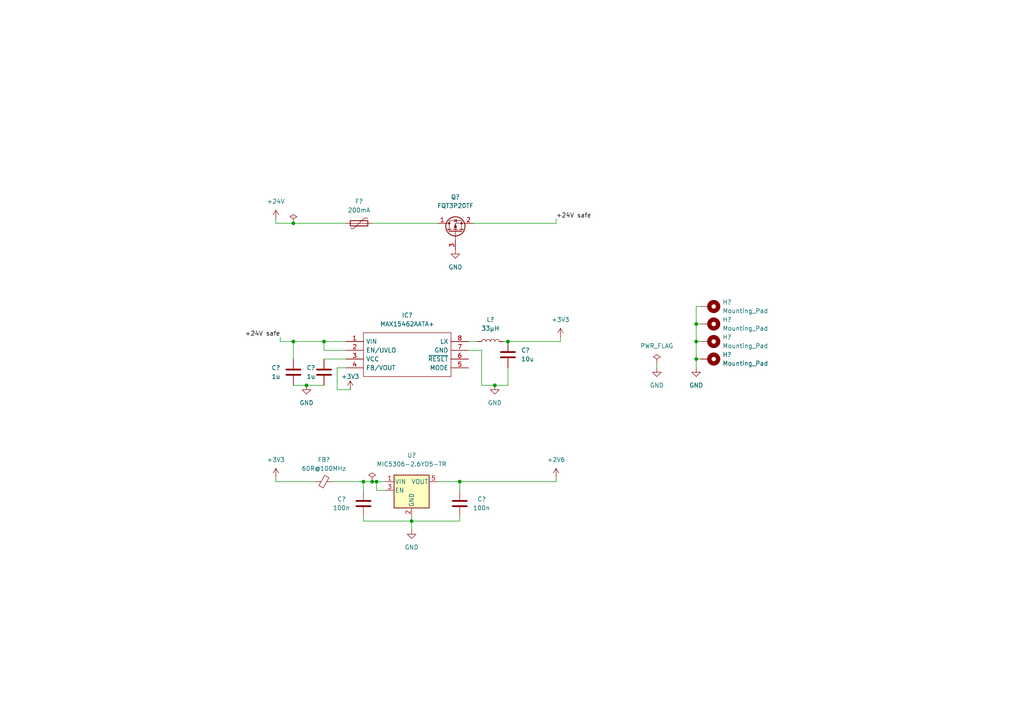
<source format=kicad_sch>
(kicad_sch (version 20211123) (generator eeschema)
  (paper "A4")
  (title_block (title "Power supply"))
  (lib_symbols
    (symbol "Device:C" (pin_numbers hide) (pin_names (offset 0.254))
      (property "Reference" "C" (at 0.635 2.54 0))
      (property "Value" "C" (at 0.635 -2.54 0))
      (symbol "C_0_1"
        (polyline (pts (xy -2.032 -0.762) (xy 2.032 -0.762)) (stroke (width 0.508)))
        (polyline (pts (xy -2.032 0.762) (xy 2.032 0.762)) (stroke (width 0.508)))
      )
      (symbol "C_1_1"
        (pin passive line (at 0 3.81 270) (length 2.794) (name "~") (number "1"))
        (pin passive line (at 0 -3.81 90) (length 2.794) (name "~") (number "2"))
      )
    )
    (symbol "Device:FerriteBead_Small" (pin_numbers hide) (pin_names (offset 0))
      (property "Reference" "FB" (at 1.905 1.27 0))
      (property "Value" "FerriteBead_Small" (at 1.905 -1.27 0))
      (symbol "FerriteBead_Small_0_1"
        (polyline (pts (xy 0 -1.27) (xy 0 -0.7874)))
        (polyline (pts (xy 0 0.889) (xy 0 1.2954)))
        (polyline (pts (xy -1.8288 0.2794) (xy -1.1176 1.4986) (xy 1.8288 -0.2032) (xy 1.1176 -1.4224) (xy -1.8288 0.2794)))
      )
      (symbol "FerriteBead_Small_1_1"
        (pin passive line (at 0 2.54 270) (length 1.27) (name "~") (number "1"))
        (pin passive line (at 0 -2.54 90) (length 1.27) (name "~") (number "2"))
      )
    )
    (symbol "Device:L" (pin_numbers hide) (pin_names (offset 1.016) hide)
      (property "Reference" "L" (at -1.27 0 90))
      (property "Value" "L" (at 1.905 0 90))
      (symbol "L_0_1"
        (arc (start 0 -2.54) (mid 0.635 -1.905) (end 0 -1.27))
        (arc (start 0 -1.27) (mid 0.635 -0.635) (end 0 0))
        (arc (start 0 0) (mid 0.635 0.635) (end 0 1.27))
        (arc (start 0 1.27) (mid 0.635 1.905) (end 0 2.54))
      )
      (symbol "L_1_1"
        (pin passive line (at 0 3.81 270) (length 1.27) (name "1") (number "1"))
        (pin passive line (at 0 -3.81 90) (length 1.27) (name "2") (number "2"))
      )
    )
    (symbol "Device:Polyfuse" (pin_numbers hide) (pin_names (offset 0))
      (property "Reference" "F" (at -2.54 0 90))
      (property "Value" "Polyfuse" (at 2.54 0 90))
      (symbol "Polyfuse_0_1"
        (rectangle (start -0.762 2.54) (end 0.762 -2.54) (stroke (width 0.254)))
        (polyline (pts (xy 0 2.54) (xy 0 -2.54)))
        (polyline (pts (xy -1.524 2.54) (xy -1.524 1.524) (xy 1.524 -1.524) (xy 1.524 -2.54)))
      )
      (symbol "Polyfuse_1_1"
        (pin passive line (at 0 3.81 270) (length 1.27) (name "~") (number "1"))
        (pin passive line (at 0 -3.81 90) (length 1.27) (name "~") (number "2"))
      )
    )
    (symbol "Device:Q_PMOS_DSG" (pin_names (offset 0) hide)
      (property "Reference" "Q" (at 5.08 1.27 0))
      (property "Value" "Q_PMOS_DSG" (at 5.08 -1.27 0))
      (symbol "Q_PMOS_DSG_0_1"
        (polyline (pts (xy 0.254 0) (xy -2.54 0)))
        (polyline (pts (xy 0.254 1.905) (xy 0.254 -1.905)) (stroke (width 0.254)))
        (polyline (pts (xy 0.762 -1.27) (xy 0.762 -2.286)) (stroke (width 0.254)))
        (polyline (pts (xy 0.762 0.508) (xy 0.762 -0.508)) (stroke (width 0.254)))
        (polyline (pts (xy 0.762 2.286) (xy 0.762 1.27)) (stroke (width 0.254)))
        (polyline (pts (xy 2.54 2.54) (xy 2.54 1.778)))
        (polyline (pts (xy 2.54 -2.54) (xy 2.54 0) (xy 0.762 0)))
        (polyline (pts (xy 0.762 1.778) (xy 3.302 1.778) (xy 3.302 -1.778) (xy 0.762 -1.778)))
        (polyline (pts (xy 2.286 0) (xy 1.27 0.381) (xy 1.27 -0.381) (xy 2.286 0)) (fill (type outline)))
        (polyline (pts (xy 2.794 -0.508) (xy 2.921 -0.381) (xy 3.683 -0.381) (xy 3.81 -0.254)))
        (polyline (pts (xy 3.302 -0.381) (xy 2.921 0.254) (xy 3.683 0.254) (xy 3.302 -0.381)))
        (circle (center 1.651 0) (radius 2.794) (stroke (width 0.254)))
        (circle (center 2.54 -1.778) (radius 0.254) (fill (type outline)))
        (circle (center 2.54 1.778) (radius 0.254) (fill (type outline)))
      )
      (symbol "Q_PMOS_DSG_1_1"
        (pin passive line (at 2.54 5.08 270) (length 2.54) (name "D") (number "1"))
        (pin passive line (at 2.54 -5.08 90) (length 2.54) (name "S") (number "2"))
        (pin input line (at -5.08 0 0) (length 2.54) (name "G") (number "3"))
      )
    )
    (symbol "Mechanical:MountingHole_Pad" (pin_numbers hide) (pin_names (offset 1.016) hide)
      (property "Reference" "H" (at 0 6.35 0))
      (property "Value" "MountingHole_Pad" (at 0 4.445 0))
      (symbol "MountingHole_Pad_0_1"
        (circle (center 0 1.27) (radius 1.27) (stroke (width 1.27)))
      )
      (symbol "MountingHole_Pad_1_1"
        (pin input line (at 0 -2.54 90) (length 2.54) (name "1") (number "1"))
      )
    )
    (symbol "Regulator_Linear:AP2112K-3.3" (pin_names (offset 0.254))
      (property "Reference" "U" (at -5.08 5.715 0))
      (property "Value" "AP2112K-3.3" (at 0 5.715 0))
      (symbol "AP2112K-3.3_0_1"
        (rectangle (start -5.08 4.445) (end 5.08 -5.08) (stroke (width 0.254)) (fill (type background)))
      )
      (symbol "AP2112K-3.3_1_1"
        (pin power_in line (at -7.62 2.54 0) (length 2.54) (name "VIN") (number "1"))
        (pin power_in line (at 0 -7.62 90) (length 2.54) (name "GND") (number "2"))
        (pin input line (at -7.62 0 0) (length 2.54) (name "EN") (number "3"))
        (pin no_connect line (at 5.08 0 180) (length 2.54) hide (name "NC") (number "4"))
        (pin power_out line (at 7.62 2.54 180) (length 2.54) (name "VOUT") (number "5"))
      )
    )
    (symbol "buck:MAX15462AATA+" (pin_names (offset 0.762))
      (property "Reference" "IC" (at 31.75 7.62 0))
      (property "Value" "MAX15462AATA+" (at 31.75 5.08 0))
      (symbol "MAX15462AATA+_0_0"
        (pin passive line (at 0 0 0) (length 5.08) (name "VIN") (number "1"))
        (pin passive line (at 0 -2.54 0) (length 5.08) (name "EN/UVLO") (number "2"))
        (pin passive line (at 0 -5.08 0) (length 5.08) (name "VCC") (number "3"))
        (pin passive line (at 0 -7.62 0) (length 5.08) (name "FB/VOUT") (number "4"))
        (pin passive line (at 35.56 -7.62 180) (length 5.08) (name "MODE") (number "5"))
        (pin passive line (at 35.56 -5.08 180) (length 5.08) (name "~{RESET}") (number "6"))
        (pin passive line (at 35.56 -2.54 180) (length 5.08) (name "GND") (number "7"))
        (pin passive line (at 35.56 0 180) (length 5.08) (name "LX") (number "8"))
      )
      (symbol "MAX15462AATA+_0_1"
        (polyline (pts (xy 5.08 2.54) (xy 30.48 2.54) (xy 30.48 -10.16) (xy 5.08 -10.16) (xy 5.08 2.54)) (stroke (width 0.1524)))
      )
    )
    (symbol "power:+24V" (power) (pin_names (offset 0))
      (property "Value" "+24V" (at 0 3.556 0))
      (symbol "+24V_0_1"
        (polyline (pts (xy -0.762 1.27) (xy 0 2.54)))
        (polyline (pts (xy 0 0) (xy 0 2.54)))
        (polyline (pts (xy 0 2.54) (xy 0.762 1.27)))
      )
      (symbol "+24V_1_1"
        (pin power_in line (at 0 0 90) (length 0) hide (name "+24V") (number "1"))
      )
    )
    (symbol "power:+2V6" (power) (pin_names (offset 0))
      (property "Value" "+2V6" (at 0 5.08 0))
      (symbol "+2V6_0_1"
        (polyline (pts (xy -0.762 1.27) (xy 0 2.54)))
        (polyline (pts (xy 0 0) (xy 0 2.54)))
        (polyline (pts (xy 0 2.54) (xy 0.762 1.27)))
      )
      (symbol "+2V6_1_1"
        (pin power_in line (at 0 0 90) (length 0) hide (name "+2V6") (number "1"))
      )
    )
    (symbol "power:+3V3" (power) (pin_names (offset 0))
      (property "Value" "+3V3" (at 0 3.556 0))
      (symbol "+3V3_0_1"
        (polyline (pts (xy -0.762 1.27) (xy 0 2.54)))
        (polyline (pts (xy 0 0) (xy 0 2.54)))
        (polyline (pts (xy 0 2.54) (xy 0.762 1.27)))
      )
      (symbol "+3V3_1_1"
        (pin power_in line (at 0 0 90) (length 0) hide (name "+3V3") (number "1"))
      )
    )
    (symbol "power:GND" (power) (pin_names (offset 0))
      (property "Value" "GND" (at 0 -3.81 0))
      (symbol "GND_0_1"
        (polyline (pts (xy 0 0) (xy 0 -1.27) (xy 1.27 -1.27) (xy 0 -2.54) (xy -1.27 -1.27) (xy 0 -1.27)))
      )
      (symbol "GND_1_1"
        (pin power_in line (at 0 0 270) (length 0) hide (name "GND") (number "1"))
      )
    )
    (symbol "power:PWR_FLAG" (power) (pin_numbers hide) (pin_names (offset 0) hide)
      (property "Value" "PWR_FLAG" (at 0 3.81 0))
      (symbol "PWR_FLAG_0_0"
        (pin power_out line (at 0 0 90) (length 0) (name "pwr") (number "1"))
      )
      (symbol "PWR_FLAG_0_1"
        (polyline (pts (xy 0 0) (xy 0 1.27) (xy -1.016 1.905) (xy 0 2.54) (xy 1.016 1.905) (xy 0 1.27)))
      )
    )
  )
  (junction (at 201.93 99.06))
  (junction (at 119.38 151.13))
  (junction (at 147.32 99.06))
  (junction (at 107.95 139.7))
  (junction (at 201.93 93.98))
  (junction (at 105.41 139.7))
  (junction (at 133.35 139.7))
  (junction (at 85.09 99.06))
  (junction (at 88.9 111.76))
  (junction (at 85.09 64.77))
  (junction (at 143.51 111.76))
  (junction (at 109.22 139.7))
  (junction (at 93.98 99.06))
  (junction (at 201.93 104.14))
  (wire (pts (xy 109.22 139.7) (xy 111.76 139.7)))
  (wire (pts (xy 107.95 139.7) (xy 109.22 139.7)))
  (wire (pts (xy 105.41 139.7) (xy 107.95 139.7)))
  (wire (pts (xy 143.51 111.76) (xy 147.32 111.76)))
  (wire (pts (xy 105.41 151.13) (xy 119.38 151.13)))
  (wire (pts (xy 85.09 111.76) (xy 88.9 111.76)))
  (wire (pts (xy 93.98 99.06) (xy 100.33 99.06)))
  (wire (pts (xy 201.93 93.98) (xy 201.93 99.06)))
  (wire (pts (xy 201.93 99.06) (xy 201.93 104.14)))
  (wire (pts (xy 201.93 88.9) (xy 201.93 93.98)))
  (wire (pts (xy 81.28 99.06) (xy 85.09 99.06)))
  (wire (pts (xy 135.89 101.6) (xy 139.7 101.6)))
  (wire (pts (xy 93.98 104.14) (xy 100.33 104.14)))
  (wire (pts (xy 201.93 104.14) (xy 203.2 104.14)))
  (wire (pts (xy 161.29 139.7) (xy 133.35 139.7)))
  (wire (pts (xy 88.9 111.76) (xy 93.98 111.76)))
  (wire (pts (xy 201.93 93.98) (xy 203.2 93.98)))
  (wire (pts (xy 93.98 101.6) (xy 93.98 99.06)))
  (wire (pts (xy 162.56 97.79) (xy 162.56 99.06)))
  (wire (pts (xy 203.2 88.9) (xy 201.93 88.9)))
  (wire (pts (xy 81.28 97.79) (xy 81.28 99.06)))
  (wire (pts (xy 96.52 139.7) (xy 105.41 139.7)))
  (wire (pts (xy 119.38 151.13) (xy 119.38 153.67)))
  (wire (pts (xy 85.09 104.14) (xy 85.09 99.06)))
  (wire (pts (xy 105.41 149.86) (xy 105.41 151.13)))
  (wire (pts (xy 139.7 111.76) (xy 143.51 111.76)))
  (wire (pts (xy 97.79 106.68) (xy 100.33 106.68)))
  (wire (pts (xy 109.22 139.7) (xy 109.22 142.24)))
  (wire (pts (xy 133.35 149.86) (xy 133.35 151.13)))
  (wire (pts (xy 190.5 105.41) (xy 190.5 106.68)))
  (wire (pts (xy 147.32 111.76) (xy 147.32 106.68)))
  (wire (pts (xy 80.01 139.7) (xy 91.44 139.7)))
  (wire (pts (xy 97.79 106.68) (xy 97.79 113.03)))
  (wire (pts (xy 119.38 149.86) (xy 119.38 151.13)))
  (wire (pts (xy 107.95 64.77) (xy 127 64.77)))
  (wire (pts (xy 135.89 99.06) (xy 138.43 99.06)))
  (wire (pts (xy 146.05 99.06) (xy 147.32 99.06)))
  (wire (pts (xy 97.79 113.03) (xy 101.6 113.03)))
  (wire (pts (xy 85.09 99.06) (xy 93.98 99.06)))
  (wire (pts (xy 105.41 142.24) (xy 105.41 139.7)))
  (wire (pts (xy 147.32 99.06) (xy 162.56 99.06)))
  (wire (pts (xy 85.09 64.77) (xy 100.33 64.77)))
  (wire (pts (xy 80.01 138.43) (xy 80.01 139.7)))
  (wire (pts (xy 201.93 99.06) (xy 203.2 99.06)))
  (wire (pts (xy 127 139.7) (xy 133.35 139.7)))
  (wire (pts (xy 111.76 142.24) (xy 109.22 142.24)))
  (wire (pts (xy 161.29 64.77) (xy 161.29 63.5)))
  (wire (pts (xy 139.7 101.6) (xy 139.7 111.76)))
  (wire (pts (xy 161.29 138.43) (xy 161.29 139.7)))
  (wire (pts (xy 133.35 139.7) (xy 133.35 142.24)))
  (wire (pts (xy 80.01 64.77) (xy 85.09 64.77)))
  (wire (pts (xy 100.33 101.6) (xy 93.98 101.6)))
  (wire (pts (xy 137.16 64.77) (xy 161.29 64.77)))
  (wire (pts (xy 201.93 104.14) (xy 201.93 106.68)))
  (wire (pts (xy 119.38 151.13) (xy 133.35 151.13)))
  (wire (pts (xy 80.01 63.5) (xy 80.01 64.77)))
  (label "+24V safe" (at 161.29 63.5 0))
  (label "+24V safe" (at 81.28 97.79 180))
  (symbol (lib_id "power:GND") (at 190.5 106.68 0) (unit 1)
    (property "Reference" "#PWR?" (effects hide))
    (property "Value" "GND" (at 190.5 111.76 0))
  )
  (symbol (lib_id "Device:C") (at 133.35 146.05 0) (unit 1)
    (property "Reference" "C?" (at 138.43 144.78 0) (effects (justify left)))
    (property "Value" "100n" (at 137.16 147.32 0) (effects (justify left)))
    (property "Footprint" "Capacitor_SMD:C_0603_1608Metric" (effects hide))
  )
  (symbol (lib_id "Device:C") (at 85.09 107.95 0) (unit 1)
    (property "Reference" "C?" (at 78.74 106.68 0) (effects (justify left)))
    (property "Value" "1u" (at 78.74 109.22 0) (effects (justify left)))
    (property "Footprint" "Capacitor_SMD:C_0603_1608Metric" (effects hide))
    (property "Datasheet" "https://www.mouser.pl/ProductDetail/Kyocera-AVX/06035C105KAT2A?qs=%252BdQmOuGyFcGCdIIWh6fU7Q%3D%3D" (effects hide))
  )
  (symbol (lib_id "power:PWR_FLAG") (at 190.5 105.41 0) (unit 1)
    (property "Reference" "#FLG?" (effects hide))
    (property "Value" "PWR_FLAG" (at 190.5 100.33 0))
  )
  (symbol (lib_id "Mechanical:MountingHole_Pad") (at 205.74 88.9 270) (unit 1)
    (property "Reference" "H?" (at 209.55 87.6299 90) (effects (justify left)))
    (property "Value" "Mounting_Pad" (at 209.55 90.1699 90) (effects (justify left)))
    (property "Footprint" "MountingHole:MountingHole_2.7mm_M2.5_ISO14580_Pad" (effects hide))
  )
  (symbol (lib_id "power:GND") (at 88.9 111.76 0) (unit 1)
    (property "Reference" "#PWR?" (effects hide))
    (property "Value" "GND" (at 88.9 116.84 0))
  )
  (symbol (lib_id "power:+3V3") (at 101.6 113.03 0) (unit 1)
    (property "Reference" "#PWR?" (effects hide))
    (property "Value" "+3V3" (at 101.6 109.22 0))
  )
  (symbol (lib_id "power:+3V3") (at 162.56 97.79 0) (unit 1)
    (property "Reference" "#PWR?" (effects hide))
    (property "Value" "+3V3" (at 162.56 92.71 0))
  )
  (symbol (lib_id "Device:Q_PMOS_DSG") (at 132.08 67.31 90) (unit 1)
    (property "Reference" "Q?" (at 132.08 57.15 90))
    (property "Value" "FQT3P20TF" (at 132.08 59.69 90))
    (property "Datasheet" "https://www.mouser.pl/ProductDetail/onsemi-Fairchild/FQT3P20TF?qs=k6rL%2Fc%252BPp3KKqr%252BK9hIArg%3D%3D" (effects hide))
  )
  (symbol (lib_id "Device:C") (at 105.41 146.05 0) (unit 1)
    (property "Reference" "C?" (at 97.79 144.78 0) (effects (justify left)))
    (property "Value" "100n" (at 96.52 147.32 0) (effects (justify left)))
    (property "Footprint" "Capacitor_SMD:C_0603_1608Metric" (effects hide))
  )
  (symbol (lib_id "Device:C") (at 147.32 102.87 0) (unit 1)
    (property "Reference" "C?" (at 151.13 101.6 0) (effects (justify left)))
    (property "Value" "10u" (at 151.13 104.14 0) (effects (justify left)))
    (property "Footprint" "Capacitor_SMD:C_0603_1608Metric" (effects hide))
    (property "Datasheet" "https://www.mouser.pl/ProductDetail/Taiyo-Yuden/JMF316AB7106KLHT?qs=%252B6g0mu59x7Kvqcr3vzBeoA%3D%3D" (effects hide))
  )
  (symbol (lib_id "power:+24V") (at 80.01 63.5 0) (unit 1)
    (property "Reference" "#PWR?" (effects hide))
    (property "Value" "+24V" (at 80.01 58.42 0))
  )
  (symbol (lib_id "power:PWR_FLAG") (at 85.09 64.77 0) (unit 1)
    (property "Reference" "#FLG?" (effects hide))
    (property "Value" "PWR_FLAG" (effects hide))
  )
  (symbol (lib_id "Device:C") (at 93.98 107.95 0) (unit 1)
    (property "Reference" "C?" (at 88.9 106.68 0) (effects (justify left)))
    (property "Value" "1u" (at 88.9 109.22 0) (effects (justify left)))
    (property "Footprint" "Capacitor_SMD:C_0603_1608Metric" (effects hide))
    (property "Datasheet" "https://www.mouser.pl/ProductDetail/Kyocera-AVX/06035C105KAT2A?qs=%252BdQmOuGyFcGCdIIWh6fU7Q%3D%3D" (effects hide))
  )
  (symbol (lib_id "Device:FerriteBead_Small") (at 93.98 139.7 90) (unit 1)
    (property "Reference" "FB?" (at 93.9419 133.35 90))
    (property "Value" "60R@100MHz" (at 93.9419 135.89 90))
    (property "Footprint" "Inductor_SMD:L_0603_1608Metric" (effects hide))
  )
  (symbol (lib_id "power:GND") (at 201.93 106.68 0) (mirror y) (unit 1)
    (property "Reference" "#PWR?" (effects hide))
    (property "Value" "GND" (at 201.93 111.76 0))
  )
  (symbol (lib_id "Mechanical:MountingHole_Pad") (at 205.74 99.06 270) (unit 1)
    (property "Reference" "H?" (at 209.55 97.7899 90) (effects (justify left)))
    (property "Value" "Mounting_Pad" (at 209.55 100.3299 90) (effects (justify left)))
    (property "Footprint" "MountingHole:MountingHole_2.7mm_M2.5_ISO14580_Pad" (effects hide))
  )
  (symbol (lib_id "Device:Polyfuse") (at 104.14 64.77 90) (unit 1)
    (property "Reference" "F?" (at 104.14 58.42 90))
    (property "Value" "200mA" (at 104.14 60.96 90))
    (property "Footprint" "Fuse:Fuse_0805_2012Metric" (effects hide))
  )
  (symbol (lib_id "Device:L") (at 142.24 99.06 90) (unit 1)
    (property "Reference" "L?" (at 142.24 92.71 90))
    (property "Value" "33μH" (at 142.24 95.25 90))
    (property "Datasheet" "https://www.mouser.pl/ProductDetail/Coilcraft/LPS4018-333MRC?qs=sGAEpiMZZMv126LJFLh8y7wHFgaqoNtM3bHoKM77tIg%3D" (effects hide))
  )
  (symbol (lib_id "Regulator_Linear:AP2112K-3.3") (at 119.38 142.24 0) (unit 1)
    (property "Reference" "U?" (at 119.38 132.08 0))
    (property "Value" "MIC5306-2.6YD5-TR" (at 119.38 134.62 0))
    (property "Footprint" "TSOT23-5:TSOT-23-5" (effects hide))
    (property "Datasheet" "https://www.mouser.pl/datasheet/2/268/mic5306-1082328.pdf" (effects hide))
  )
  (symbol (lib_id "power:PWR_FLAG") (at 107.95 139.7 0) (unit 1)
    (property "Reference" "#FLG?" (effects hide))
    (property "Value" "PWR_FLAG" (effects hide))
  )
  (symbol (lib_id "power:+2V6") (at 161.29 138.43 0) (unit 1)
    (property "Reference" "#PWR?" (effects hide))
    (property "Value" "+2V6" (at 161.29 133.35 0))
  )
  (symbol (lib_id "power:+3V3") (at 80.01 138.43 0) (unit 1)
    (property "Reference" "#PWR?" (effects hide))
    (property "Value" "+3V3" (at 80.01 133.35 0))
  )
  (symbol (lib_id "Mechanical:MountingHole_Pad") (at 205.74 104.14 270) (unit 1)
    (property "Reference" "H?" (at 209.55 102.8699 90) (effects (justify left)))
    (property "Value" "Mounting_Pad" (at 209.55 105.4099 90) (effects (justify left)))
    (property "Footprint" "MountingHole:MountingHole_2.7mm_M2.5_ISO14580_Pad" (effects hide))
  )
  (symbol (lib_id "Mechanical:MountingHole_Pad") (at 205.74 93.98 270) (unit 1)
    (property "Reference" "H?" (at 209.55 92.7099 90) (effects (justify left)))
    (property "Value" "Mounting_Pad" (at 209.55 95.2499 90) (effects (justify left)))
    (property "Footprint" "MountingHole:MountingHole_2.7mm_M2.5_ISO14580_Pad" (effects hide))
  )
  (symbol (lib_id "power:GND") (at 119.38 153.67 0) (unit 1)
    (property "Reference" "#PWR?" (effects hide))
    (property "Value" "GND" (at 119.38 158.75 0))
  )
  (symbol (lib_id "power:GND") (at 132.08 72.39 0) (unit 1)
    (property "Reference" "#PWR?" (effects hide))
    (property "Value" "GND" (at 132.08 77.47 0))
  )
  (symbol (lib_id "power:GND") (at 143.51 111.76 0) (unit 1)
    (property "Reference" "#PWR?" (effects hide))
    (property "Value" "GND" (at 143.51 116.84 0))
  )
  (symbol (lib_id "buck:MAX15462AATA+") (at 100.33 99.06 0) (unit 1)
    (property "Reference" "IC?" (at 118.11 91.44 0))
    (property "Value" "MAX15462AATA+" (at 118.11 93.98 0))
    (property "Footprint" "SON50P300X200X80-8N" (effects hide))
    (property "Datasheet" "https://pdfserv.maximintegrated.com/package_dwgs/21-0487.PDF" (effects hide))
    (property "Description" "IC REG BUCK 3.3V 300MA 8TDFN" (effects hide))
    (property "Height" "0.8" (effects hide))
    (property "Manufacturer_Name" "Maxim Integrated" (effects hide))
    (property "Manufacturer_Part_Number" "MAX15462AATA+" (effects hide))
    (property "Mouser Part Number" "700-MAX15462AATA+" (effects hide))
    (property "Mouser Price/Stock" "https://www.mouser.co.uk/ProductDetail/Maxim-Integrated/MAX15462AATA%2b?qs=odmYgEirbwylHIFZ6zYT9g%3D%3D" (effects hide))
  )
)
</source>
